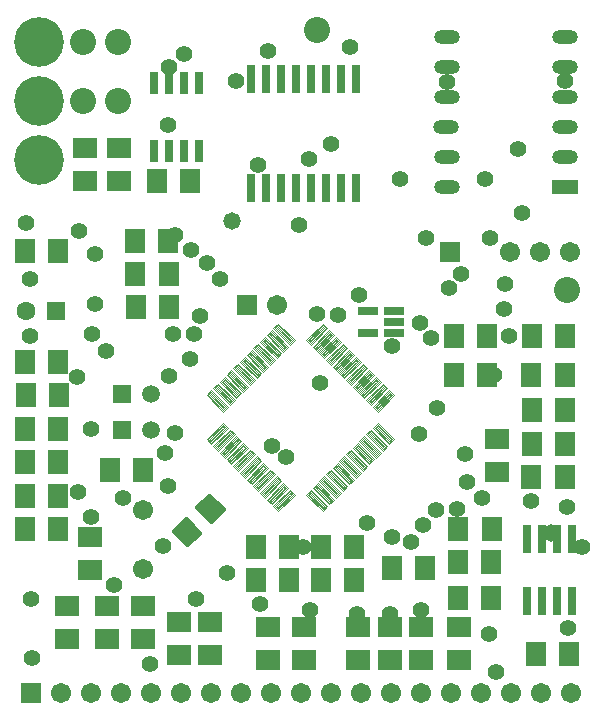
<source format=gts>
%FSLAX43Y43*%
%MOMM*%
G71*
G01*
G75*
%ADD10C,0.300*%
%ADD11C,0.125*%
%ADD12O,2.000X1.000*%
%ADD13R,2.000X1.000*%
%ADD14R,1.800X1.600*%
%ADD15R,1.600X1.800*%
%ADD16R,0.600X2.150*%
%ADD17R,0.600X2.150*%
%ADD18R,1.450X0.550*%
%ADD19R,1.450X0.550*%
%ADD20R,0.600X2.200*%
%ADD21R,0.600X2.200*%
%ADD22R,0.600X1.700*%
%ADD23R,0.600X1.700*%
%ADD24C,0.500*%
%ADD25C,0.400*%
%ADD26R,1.400X1.400*%
%ADD27C,1.400*%
%ADD28C,4.000*%
%ADD29C,2.000*%
%ADD30C,1.500*%
%ADD31R,1.500X1.500*%
%ADD32R,1.300X1.300*%
%ADD33C,1.300*%
%ADD34C,1.200*%
%ADD35C,1.270*%
%ADD36R,0.850X1.300*%
%ADD37C,0.600*%
%ADD38O,2.203X1.203*%
%ADD39R,2.203X1.203*%
%ADD40R,2.003X1.803*%
%ADD41R,1.803X2.003*%
%ADD42R,0.803X2.353*%
%ADD43R,0.803X2.353*%
%ADD44R,1.653X0.753*%
%ADD45R,1.653X0.753*%
%ADD46R,0.803X2.403*%
%ADD47R,0.803X2.403*%
%ADD48R,0.803X1.903*%
%ADD49R,0.803X1.903*%
%ADD50R,1.603X1.603*%
%ADD51C,1.603*%
%ADD52C,4.203*%
%ADD53C,2.203*%
%ADD54C,1.703*%
%ADD55R,1.703X1.703*%
%ADD56R,1.503X1.503*%
%ADD57C,1.503*%
%ADD58C,1.403*%
%ADD59C,1.473*%
D11*
X29744Y32597D02*
X29335Y33006D01*
X30734Y34405D01*
X31142Y33996D01*
X29744Y32597D01*
Y32744D02*
X29482Y33006D01*
X30734Y34257D01*
X30995Y33996D01*
X29744Y32744D01*
Y32892D02*
X29629Y33006D01*
X30734Y34110D01*
X30848Y33996D01*
X29744Y32892D01*
X29769Y33014D02*
X30708Y33988D01*
X17369Y28142D02*
X16960Y28551D01*
X18359Y29950D01*
X18768Y29541D01*
X17369Y28142D01*
Y28290D02*
X17108Y28551D01*
X18359Y29803D01*
X18621Y29541D01*
X17369Y28290D01*
Y28437D02*
X17255Y28551D01*
X18359Y29655D01*
X18473Y29541D01*
X17369Y28437D01*
X17395Y28559D02*
X18334Y29534D01*
X17935Y27577D02*
X17526Y27985D01*
X18925Y29384D01*
X19334Y28975D01*
X17935Y27577D01*
Y27724D02*
X17673Y27985D01*
X18925Y29237D01*
X19186Y28975D01*
X17935Y27724D01*
Y27871D02*
X17821Y27985D01*
X18925Y29090D01*
X19039Y28975D01*
X17935Y27871D01*
X17961Y27993D02*
X18899Y28968D01*
X18501Y27011D02*
X18092Y27420D01*
X19491Y28819D01*
X19899Y28410D01*
X18501Y27011D01*
Y27158D02*
X18239Y27420D01*
X19491Y28671D01*
X19752Y28410D01*
X18501Y27158D01*
Y27306D02*
X18386Y27420D01*
X19491Y28524D01*
X19605Y28410D01*
X18501Y27306D01*
X18526Y27427D02*
X19465Y28402D01*
X19066Y26445D02*
X18658Y26854D01*
X20056Y28253D01*
X20465Y27844D01*
X19066Y26445D01*
Y26593D02*
X18805Y26854D01*
X20056Y28106D01*
X20318Y27844D01*
X19066Y26593D01*
Y26740D02*
X18952Y26854D01*
X20056Y27958D01*
X20171Y27844D01*
X19066Y26740D01*
X19092Y26862D02*
X20031Y27837D01*
X19632Y25880D02*
X19223Y26288D01*
X20622Y27687D01*
X21031Y27278D01*
X19632Y25880D01*
Y26027D02*
X19370Y26288D01*
X20622Y27540D01*
X20884Y27278D01*
X19632Y26027D01*
Y26174D02*
X19518Y26288D01*
X20622Y27393D01*
X20736Y27278D01*
X19632Y26174D01*
X19658Y26296D02*
X20596Y27271D01*
X20198Y25314D02*
X19789Y25723D01*
X21188Y27122D01*
X21597Y26713D01*
X20198Y25314D01*
Y25461D02*
X19936Y25723D01*
X21188Y26974D01*
X21449Y26713D01*
X20198Y25461D01*
Y25609D02*
X20084Y25723D01*
X21188Y26827D01*
X21302Y26713D01*
X20198Y25609D01*
X20223Y25730D02*
X21162Y26705D01*
X20763Y24748D02*
X20355Y25157D01*
X21753Y26556D01*
X22162Y26147D01*
X20763Y24748D01*
Y24895D02*
X20502Y25157D01*
X21753Y26409D01*
X22015Y26147D01*
X20763Y24895D01*
Y25043D02*
X20649Y25157D01*
X21753Y26261D01*
X21868Y26147D01*
X20763Y25043D01*
X20789Y25165D02*
X21728Y26139D01*
X21329Y24182D02*
X20920Y24591D01*
X22319Y25990D01*
X22728Y25581D01*
X21329Y24182D01*
Y24330D02*
X21068Y24591D01*
X22319Y25843D01*
X22581Y25581D01*
X21329Y24330D01*
Y24477D02*
X21215Y24591D01*
X22319Y25695D01*
X22433Y25581D01*
X21329Y24477D01*
X21355Y24599D02*
X22294Y25574D01*
X21895Y23617D02*
X21486Y24026D01*
X22885Y25424D01*
X23294Y25016D01*
X21895Y23617D01*
Y23764D02*
X21633Y24026D01*
X22885Y25277D01*
X23146Y25016D01*
X21895Y23764D01*
Y23911D02*
X21781Y24026D01*
X22885Y25130D01*
X22999Y25016D01*
X21895Y23911D01*
X21920Y24033D02*
X22859Y25008D01*
X22461Y23051D02*
X22052Y23460D01*
X23450Y24859D01*
X23859Y24450D01*
X22461Y23051D01*
Y23198D02*
X22199Y23460D01*
X23450Y24711D01*
X23712Y24450D01*
X22461Y23198D01*
Y23346D02*
X22346Y23460D01*
X23450Y24564D01*
X23565Y24450D01*
X22461Y23346D01*
X22486Y23468D02*
X23425Y24442D01*
X23026Y22485D02*
X22617Y22894D01*
X24016Y24293D01*
X24425Y23884D01*
X23026Y22485D01*
Y22633D02*
X22765Y22894D01*
X24016Y24146D01*
X24278Y23884D01*
X23026Y22633D01*
Y22780D02*
X22912Y22894D01*
X24016Y23999D01*
X24130Y23884D01*
X23026Y22780D01*
X23052Y22902D02*
X23991Y23877D01*
X27183Y22894D02*
X26774Y22485D01*
X25375Y23884D01*
X25784Y24293D01*
X27183Y22894D01*
X27035D02*
X26774Y22633D01*
X25522Y23884D01*
X25784Y24146D01*
X27035Y22894D01*
X26888D02*
X26774Y22780D01*
X25670Y23884D01*
X25784Y23998D01*
X26888Y22894D01*
X26766Y22920D02*
X25791Y23859D01*
X27748Y23460D02*
X27340Y23051D01*
X25941Y24450D01*
X26350Y24859D01*
X27748Y23460D01*
X27601D02*
X27340Y23198D01*
X26088Y24450D01*
X26350Y24712D01*
X27601Y23460D01*
X27454D02*
X27340Y23346D01*
X26235Y24450D01*
X26350Y24564D01*
X27454Y23460D01*
X27332Y23486D02*
X26357Y24424D01*
X28314Y24026D02*
X27905Y23617D01*
X26506Y25016D01*
X26915Y25425D01*
X28314Y24026D01*
X28167D02*
X27905Y23764D01*
X26654Y25016D01*
X26915Y25277D01*
X28167Y24026D01*
X28019D02*
X27905Y23912D01*
X26801Y25016D01*
X26915Y25130D01*
X28019Y24026D01*
X27898Y24051D02*
X26923Y24990D01*
X28880Y24591D02*
X28471Y24182D01*
X27072Y25581D01*
X27481Y25990D01*
X28880Y24591D01*
X28732D02*
X28471Y24330D01*
X27219Y25581D01*
X27481Y25843D01*
X28732Y24591D01*
X28585D02*
X28471Y24477D01*
X27367Y25581D01*
X27481Y25695D01*
X28585Y24591D01*
X28463Y24617D02*
X27488Y25556D01*
X31143Y26854D02*
X30734Y26445D01*
X29335Y27844D01*
X29744Y28253D01*
X31143Y26854D01*
X30995D02*
X30734Y26593D01*
X29482Y27844D01*
X29744Y28106D01*
X30995Y26854D01*
X30848D02*
X30734Y26740D01*
X29629Y27844D01*
X29744Y27958D01*
X30848Y26854D01*
X30726Y26880D02*
X29751Y27819D01*
X31708Y27420D02*
X31299Y27011D01*
X29900Y28410D01*
X30309Y28819D01*
X31708Y27420D01*
X31561D02*
X31299Y27158D01*
X30048Y28410D01*
X30309Y28671D01*
X31561Y27420D01*
X31413D02*
X31299Y27306D01*
X30195Y28410D01*
X30309Y28524D01*
X31413Y27420D01*
X31292Y27445D02*
X30317Y28384D01*
X32274Y27985D02*
X31865Y27577D01*
X30466Y28975D01*
X30875Y29384D01*
X32274Y27985D01*
X32127D02*
X31865Y27724D01*
X30613Y28975D01*
X30875Y29237D01*
X32127Y27985D01*
X31979D02*
X31865Y27871D01*
X30761Y28975D01*
X30875Y29090D01*
X31979Y27985D01*
X31857Y28011D02*
X30883Y28950D01*
X32840Y28551D02*
X32431Y28142D01*
X31032Y29541D01*
X31441Y29950D01*
X32840Y28551D01*
X32692D02*
X32431Y28290D01*
X31179Y29541D01*
X31441Y29803D01*
X32692Y28551D01*
X32545D02*
X32431Y28437D01*
X31326Y29541D01*
X31441Y29655D01*
X32545Y28551D01*
X32423Y28577D02*
X31448Y29516D01*
X25784Y36557D02*
X25375Y36966D01*
X26774Y38365D01*
X27183Y37956D01*
X25784Y36557D01*
Y36704D02*
X25522Y36966D01*
X26774Y38217D01*
X27035Y37956D01*
X25784Y36704D01*
Y36852D02*
X25670Y36966D01*
X26774Y38070D01*
X26888Y37956D01*
X25784Y36852D01*
X25809Y36973D02*
X26748Y37948D01*
X26350Y35991D02*
X25941Y36400D01*
X27340Y37799D01*
X27748Y37390D01*
X26350Y35991D01*
Y36139D02*
X26088Y36400D01*
X27340Y37652D01*
X27601Y37390D01*
X26350Y36139D01*
Y36286D02*
X26235Y36400D01*
X27340Y37504D01*
X27454Y37390D01*
X26350Y36286D01*
X26375Y36408D02*
X27314Y37382D01*
X26915Y35426D02*
X26506Y35834D01*
X27905Y37233D01*
X28314Y36824D01*
X26915Y35426D01*
Y35573D02*
X26654Y35834D01*
X27905Y37086D01*
X28167Y36824D01*
X26915Y35573D01*
Y35720D02*
X26801Y35834D01*
X27905Y36939D01*
X28019Y36824D01*
X26915Y35720D01*
X26941Y35842D02*
X27880Y36817D01*
X27481Y34860D02*
X27072Y35269D01*
X28471Y36667D01*
X28880Y36259D01*
X27481Y34860D01*
Y35007D02*
X27219Y35269D01*
X28471Y36520D01*
X28732Y36259D01*
X27481Y35007D01*
Y35154D02*
X27367Y35269D01*
X28471Y36373D01*
X28585Y36259D01*
X27481Y35154D01*
X27506Y35276D02*
X28445Y36251D01*
X28047Y34294D02*
X27638Y34703D01*
X29037Y36102D01*
X29445Y35693D01*
X28047Y34294D01*
Y34441D02*
X27785Y34703D01*
X29037Y35955D01*
X29298Y35693D01*
X28047Y34441D01*
Y34589D02*
X27932Y34703D01*
X29037Y35807D01*
X29151Y35693D01*
X28047Y34589D01*
X28072Y34711D02*
X29011Y35685D01*
X28612Y33728D02*
X28203Y34137D01*
X29602Y35536D01*
X30011Y35127D01*
X28612Y33728D01*
Y33876D02*
X28351Y34137D01*
X29602Y35389D01*
X29864Y35127D01*
X28612Y33876D01*
Y34023D02*
X28498Y34137D01*
X29602Y35242D01*
X29716Y35127D01*
X28612Y34023D01*
X28638Y34145D02*
X29577Y35120D01*
X29178Y33163D02*
X28769Y33572D01*
X30168Y34970D01*
X30577Y34562D01*
X29178Y33163D01*
Y33310D02*
X28916Y33572D01*
X30168Y34823D01*
X30429Y34562D01*
X29178Y33310D01*
Y33457D02*
X29064Y33572D01*
X30168Y34676D01*
X30282Y34562D01*
X29178Y33457D01*
X29204Y33579D02*
X30142Y34554D01*
X30309Y32031D02*
X29901Y32440D01*
X31299Y33839D01*
X31708Y33430D01*
X30309Y32031D01*
Y32179D02*
X30048Y32440D01*
X31299Y33692D01*
X31561Y33430D01*
X30309Y32179D01*
Y32326D02*
X30195Y32440D01*
X31299Y33544D01*
X31414Y33430D01*
X30309Y32326D01*
X30335Y32448D02*
X31274Y33423D01*
X30875Y31466D02*
X30466Y31875D01*
X31865Y33273D01*
X32274Y32865D01*
X30875Y31466D01*
Y31613D02*
X30614Y31875D01*
X31865Y33126D01*
X32127Y32865D01*
X30875Y31613D01*
Y31760D02*
X30761Y31875D01*
X31865Y32979D01*
X31979Y32865D01*
X30875Y31760D01*
X30901Y31882D02*
X31839Y32857D01*
X31441Y30900D02*
X31032Y31309D01*
X32431Y32708D01*
X32840Y32299D01*
X31441Y30900D01*
Y31047D02*
X31179Y31309D01*
X32431Y32560D01*
X32692Y32299D01*
X31441Y31047D01*
Y31195D02*
X31327Y31309D01*
X32431Y32413D01*
X32545Y32299D01*
X31441Y31195D01*
X31466Y31316D02*
X32405Y32291D01*
X18768Y31309D02*
X18359Y30900D01*
X16960Y32299D01*
X17369Y32708D01*
X18768Y31309D01*
X18621D02*
X18359Y31047D01*
X17108Y32299D01*
X17369Y32560D01*
X18621Y31309D01*
X18473D02*
X18359Y31195D01*
X17255Y32299D01*
X17369Y32413D01*
X18473Y31309D01*
X18352Y31334D02*
X17377Y32273D01*
X19334Y31875D02*
X18925Y31466D01*
X17526Y32865D01*
X17935Y33273D01*
X19334Y31875D01*
X19186D02*
X18925Y31613D01*
X17673Y32865D01*
X17935Y33126D01*
X19186Y31875D01*
X19039D02*
X18925Y31760D01*
X17821Y32865D01*
X17935Y32979D01*
X19039Y31875D01*
X18917Y31900D02*
X17943Y32839D01*
X19899Y32440D02*
X19491Y32031D01*
X18092Y33430D01*
X18501Y33839D01*
X19899Y32440D01*
X19752D02*
X19491Y32179D01*
X18239Y33430D01*
X18501Y33692D01*
X19752Y32440D01*
X19605D02*
X19491Y32326D01*
X18386Y33430D01*
X18501Y33544D01*
X19605Y32440D01*
X19483Y32466D02*
X18508Y33405D01*
X20465Y33006D02*
X20056Y32597D01*
X18658Y33996D01*
X19066Y34405D01*
X20465Y33006D01*
X20318D02*
X20056Y32744D01*
X18805Y33996D01*
X19066Y34257D01*
X20318Y33006D01*
X20171D02*
X20056Y32892D01*
X18952Y33996D01*
X19066Y34110D01*
X20171Y33006D01*
X20049Y33031D02*
X19074Y33970D01*
X21031Y33572D02*
X20622Y33163D01*
X19223Y34562D01*
X19632Y34970D01*
X21031Y33572D01*
X20884D02*
X20622Y33310D01*
X19371Y34562D01*
X19632Y34823D01*
X20884Y33572D01*
X20736D02*
X20622Y33457D01*
X19518Y34562D01*
X19632Y34676D01*
X20736Y33572D01*
X20614Y33597D02*
X19640Y34536D01*
X21597Y34137D02*
X21188Y33728D01*
X19789Y35127D01*
X20198Y35536D01*
X21597Y34137D01*
X21449D02*
X21188Y33876D01*
X19936Y35127D01*
X20198Y35389D01*
X21449Y34137D01*
X21302D02*
X21188Y34023D01*
X20084Y35127D01*
X20198Y35241D01*
X21302Y34137D01*
X21180Y34163D02*
X20205Y35102D01*
X22162Y34703D02*
X21753Y34294D01*
X20355Y35693D01*
X20763Y36102D01*
X22162Y34703D01*
X22015D02*
X21753Y34441D01*
X20502Y35693D01*
X20763Y35954D01*
X22015Y34703D01*
X21868D02*
X21753Y34589D01*
X20649Y35693D01*
X20763Y35807D01*
X21868Y34703D01*
X21746Y34729D02*
X20771Y35667D01*
X22728Y35269D02*
X22319Y34860D01*
X20920Y36259D01*
X21329Y36667D01*
X22728Y35269D01*
X22581D02*
X22319Y35007D01*
X21068Y36259D01*
X21329Y36520D01*
X22581Y35269D01*
X22433D02*
X22319Y35154D01*
X21215Y36259D01*
X21329Y36373D01*
X22433Y35269D01*
X22311Y35294D02*
X21337Y36233D01*
X23294Y35834D02*
X22885Y35426D01*
X21486Y36824D01*
X21895Y37233D01*
X23294Y35834D01*
X23146D02*
X22885Y35573D01*
X21633Y36824D01*
X21895Y37086D01*
X23146Y35834D01*
X22999D02*
X22885Y35720D01*
X21781Y36824D01*
X21895Y36939D01*
X22999Y35834D01*
X22877Y35860D02*
X21902Y36799D01*
X23859Y36400D02*
X23450Y35991D01*
X22052Y37390D01*
X22460Y37799D01*
X23859Y36400D01*
X23712D02*
X23450Y36139D01*
X22199Y37390D01*
X22460Y37652D01*
X23712Y36400D01*
X23565D02*
X23450Y36286D01*
X22346Y37390D01*
X22460Y37504D01*
X23565Y36400D01*
X23443Y36426D02*
X22468Y37364D01*
X24425Y36966D02*
X24016Y36557D01*
X22617Y37956D01*
X23026Y38365D01*
X24425Y36966D01*
X24278D02*
X24016Y36704D01*
X22765Y37956D01*
X23026Y38217D01*
X24278Y36966D01*
X24130D02*
X24016Y36852D01*
X22912Y37956D01*
X23026Y38070D01*
X24130Y36966D01*
X24009Y36991D02*
X23034Y37930D01*
X30577Y26288D02*
X30168Y25880D01*
X28769Y27278D01*
X29178Y27687D01*
X30577Y26288D01*
X30429D02*
X30168Y26027D01*
X28916Y27278D01*
X29178Y27540D01*
X30429Y26288D01*
X30282D02*
X30168Y26174D01*
X29064Y27278D01*
X29178Y27393D01*
X30282Y26288D01*
X30160Y26314D02*
X29186Y27253D01*
X30011Y25723D02*
X29602Y25314D01*
X28203Y26713D01*
X28612Y27122D01*
X30011Y25723D01*
X29864D02*
X29602Y25461D01*
X28351Y26713D01*
X28612Y26974D01*
X29864Y25723D01*
X29716D02*
X29602Y25609D01*
X28498Y26713D01*
X28612Y26827D01*
X29716Y25723D01*
X29595Y25748D02*
X28620Y26687D01*
X29445Y25157D02*
X29037Y24748D01*
X27638Y26147D01*
X28047Y26556D01*
X29445Y25157D01*
X29298D02*
X29037Y24896D01*
X27785Y26147D01*
X28047Y26409D01*
X29298Y25157D01*
X29151D02*
X29037Y25043D01*
X27932Y26147D01*
X28047Y26261D01*
X29151Y25157D01*
X29029Y25183D02*
X28054Y26121D01*
D25*
X15337Y19675D02*
X14204Y20809D01*
X15196Y21801D01*
X16330Y20667D01*
X15337Y19675D01*
Y20147D02*
X14675Y20809D01*
X15196Y21330D01*
X15858Y20667D01*
X15337Y20147D01*
Y20618D02*
X15147Y20809D01*
X15196Y20858D01*
X15387Y20667D01*
X15337Y20618D01*
X15267Y20720D02*
Y20756D01*
X17317Y21655D02*
X16184Y22789D01*
X17176Y23781D01*
X18310Y22647D01*
X17317Y21655D01*
Y22126D02*
X16655Y22789D01*
X17176Y23309D01*
X17838Y22647D01*
X17317Y22126D01*
Y22598D02*
X17126Y22789D01*
X17176Y22838D01*
X17367Y22647D01*
X17317Y22598D01*
X17247Y22700D02*
Y22736D01*
D38*
X37285Y49915D02*
D03*
X47285Y54990D02*
D03*
X47285Y57540D02*
D03*
X37285D02*
D03*
X37235Y54990D02*
D03*
X37285Y52465D02*
D03*
X47285Y60090D02*
D03*
Y62640D02*
D03*
X37310Y60090D02*
D03*
X37285Y62640D02*
D03*
X47285Y52465D02*
D03*
D39*
Y49915D02*
D03*
D40*
X6657Y50413D02*
D03*
Y53213D02*
D03*
X9543Y50412D02*
D03*
X9543Y53212D02*
D03*
X11582Y14438D02*
D03*
X11582Y11638D02*
D03*
X17257Y13088D02*
D03*
Y10288D02*
D03*
X14657Y13088D02*
D03*
Y10288D02*
D03*
X35143Y9837D02*
D03*
X35143Y12637D02*
D03*
X5168Y11662D02*
D03*
X5168Y14462D02*
D03*
X7068Y17512D02*
D03*
X7068Y20312D02*
D03*
X8518Y11662D02*
D03*
X8518Y14462D02*
D03*
X32518Y9837D02*
D03*
X32518Y12637D02*
D03*
X29743Y9862D02*
D03*
X29743Y12662D02*
D03*
X25243Y9837D02*
D03*
X25243Y12637D02*
D03*
X38357Y12638D02*
D03*
Y9838D02*
D03*
X41568Y25762D02*
D03*
X41568Y28562D02*
D03*
X22122Y12668D02*
D03*
Y9868D02*
D03*
D41*
X12738Y50393D02*
D03*
X15538D02*
D03*
X47613Y10418D02*
D03*
X44813D02*
D03*
X11563Y25943D02*
D03*
X8763Y25943D02*
D03*
X44462Y33982D02*
D03*
X47262Y33982D02*
D03*
X44512Y37282D02*
D03*
X47312Y37282D02*
D03*
X40688Y33993D02*
D03*
X37888D02*
D03*
X40688Y37293D02*
D03*
X37888D02*
D03*
X4413Y44543D02*
D03*
X1613Y44543D02*
D03*
X44462Y25332D02*
D03*
X47262Y25332D02*
D03*
X44487Y28182D02*
D03*
X47287Y28182D02*
D03*
X44487Y31082D02*
D03*
X47287Y31082D02*
D03*
X4388Y23775D02*
D03*
X1588D02*
D03*
X4388Y29445D02*
D03*
X1588Y29445D02*
D03*
X4413Y35140D02*
D03*
X1613D02*
D03*
X4405Y20944D02*
D03*
X1605D02*
D03*
X4405Y26614D02*
D03*
X1605Y26614D02*
D03*
X4430Y32309D02*
D03*
X1630D02*
D03*
X13763Y39768D02*
D03*
X10963Y39768D02*
D03*
X13713Y45318D02*
D03*
X10913Y45318D02*
D03*
X13738Y42518D02*
D03*
X10938Y42518D02*
D03*
X38287Y21007D02*
D03*
X41087Y21007D02*
D03*
X38212Y15107D02*
D03*
X41012Y15107D02*
D03*
X32687Y17682D02*
D03*
X35487Y17682D02*
D03*
X26612Y19482D02*
D03*
X29412Y19482D02*
D03*
X38262Y18182D02*
D03*
X41062Y18182D02*
D03*
X23963Y19443D02*
D03*
X21163Y19443D02*
D03*
X29443Y16653D02*
D03*
X26643D02*
D03*
X21132Y16622D02*
D03*
X23932D02*
D03*
D42*
X29570Y59100D02*
D03*
X28300D02*
D03*
X27030D02*
D03*
X25760D02*
D03*
X21950D02*
D03*
X20680D02*
D03*
X29570Y49850D02*
D03*
X28300D02*
D03*
X27030D02*
D03*
X25760D02*
D03*
X24490D02*
D03*
X23220D02*
D03*
X21950D02*
D03*
X20680D02*
D03*
D43*
X24490Y59100D02*
D03*
X23220D02*
D03*
D44*
X30650Y37550D02*
D03*
Y39450D02*
D03*
X32800Y38500D02*
D03*
X32800Y37550D02*
D03*
D45*
X32800Y39450D02*
D03*
D46*
X46585Y20100D02*
D03*
X45315D02*
D03*
X44045D02*
D03*
X47855Y14900D02*
D03*
X46585D02*
D03*
X45315D02*
D03*
X44045D02*
D03*
D47*
X47855Y20100D02*
D03*
D48*
X16330Y53000D02*
D03*
X13790Y58700D02*
D03*
X12520D02*
D03*
X15060Y53000D02*
D03*
X13790D02*
D03*
X12520D02*
D03*
D49*
X15060Y58700D02*
D03*
X16330D02*
D03*
D50*
X4189Y39433D02*
D03*
D51*
X1689D02*
D03*
D52*
X2800Y52200D02*
D03*
Y57200D02*
D03*
Y62200D02*
D03*
D53*
X6525Y62175D02*
D03*
Y57175D02*
D03*
X9500Y62225D02*
D03*
Y57225D02*
D03*
X26300Y63250D02*
D03*
X47500Y41225D02*
D03*
D54*
X45280Y7100D02*
D03*
X42740D02*
D03*
X47820D02*
D03*
X40200D02*
D03*
X37660D02*
D03*
X32580D02*
D03*
X30040D02*
D03*
X27500D02*
D03*
X24960D02*
D03*
X22420D02*
D03*
X19880D02*
D03*
X17340D02*
D03*
X14800D02*
D03*
X12260D02*
D03*
X9720D02*
D03*
X7180D02*
D03*
X4640D02*
D03*
X35120D02*
D03*
X47727Y44416D02*
D03*
X45187D02*
D03*
X42647D02*
D03*
X11575Y22617D02*
D03*
Y17617D02*
D03*
X22910Y39937D02*
D03*
D55*
X2100Y7100D02*
D03*
X37567Y44416D02*
D03*
X20370Y39937D02*
D03*
D56*
X9758Y32363D02*
D03*
Y29388D02*
D03*
D57*
X12258Y32363D02*
D03*
Y29388D02*
D03*
D58*
X38175Y22625D02*
D03*
X35975Y37175D02*
D03*
X33300Y50575D02*
D03*
X47450Y22800D02*
D03*
X9900Y23625D02*
D03*
X13800Y33950D02*
D03*
X21300Y51775D02*
D03*
X43300Y53125D02*
D03*
X40925Y45600D02*
D03*
X42100Y39575D02*
D03*
X41268Y33975D02*
D03*
X24750Y46725D02*
D03*
X21500Y14600D02*
D03*
X40500Y50575D02*
D03*
X1675Y46900D02*
D03*
X2000Y42100D02*
D03*
X13450Y27400D02*
D03*
X43625Y47700D02*
D03*
X44450Y23350D02*
D03*
X37475Y41400D02*
D03*
X38525Y42550D02*
D03*
X7525Y40000D02*
D03*
X7500Y44250D02*
D03*
X1975Y37300D02*
D03*
X13700Y24575D02*
D03*
X13250Y19500D02*
D03*
X2100Y15000D02*
D03*
X2200Y10025D02*
D03*
X12200Y9575D02*
D03*
X40850Y12100D02*
D03*
X16050Y15050D02*
D03*
X30575Y21500D02*
D03*
X6150Y46225D02*
D03*
X26600Y33350D02*
D03*
X23700Y27025D02*
D03*
X22500Y27975D02*
D03*
X25125Y19475D02*
D03*
X25700Y14075D02*
D03*
X14250Y29075D02*
D03*
X32687Y20250D02*
D03*
X34975Y29025D02*
D03*
X34250Y19850D02*
D03*
X29725Y13787D02*
D03*
X35275Y21275D02*
D03*
X32525Y13800D02*
D03*
X40250Y23550D02*
D03*
X36400Y22575D02*
D03*
X35150Y14075D02*
D03*
X36450Y31175D02*
D03*
X42250Y41700D02*
D03*
X18075Y42150D02*
D03*
X16400Y39000D02*
D03*
X39025Y24975D02*
D03*
X17000Y43450D02*
D03*
X15525Y35375D02*
D03*
X6000Y33800D02*
D03*
X6050Y24125D02*
D03*
X38800Y27300D02*
D03*
X15650Y44575D02*
D03*
X15900Y37450D02*
D03*
X8450Y36025D02*
D03*
X9125Y16225D02*
D03*
X7145Y29445D02*
D03*
X14325Y45825D02*
D03*
X14125Y37500D02*
D03*
X7225Y37450D02*
D03*
X7175Y21950D02*
D03*
X42550Y37293D02*
D03*
X26279Y39196D02*
D03*
X35500Y45600D02*
D03*
X41450Y8875D02*
D03*
X18700Y17200D02*
D03*
X47600Y12575D02*
D03*
X48725Y19475D02*
D03*
X47275Y58875D02*
D03*
X37285Y58800D02*
D03*
X13790Y60110D02*
D03*
X29110Y61760D02*
D03*
X22125Y61400D02*
D03*
X19425Y58875D02*
D03*
X15050Y61175D02*
D03*
X35000Y38400D02*
D03*
X29900Y40800D02*
D03*
X32625Y36425D02*
D03*
X25625Y52275D02*
D03*
X27475Y53525D02*
D03*
X28100Y39125D02*
D03*
X13675Y55200D02*
D03*
D59*
X46100Y20625D02*
D03*
X19100Y47050D02*
D03*
M02*

</source>
